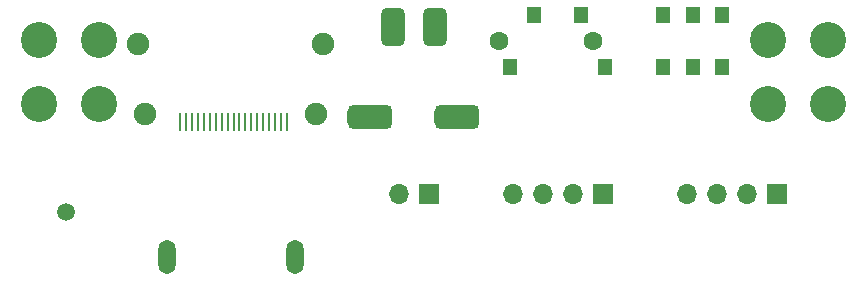
<source format=gbr>
%TF.GenerationSoftware,KiCad,Pcbnew,(6.0.2)*%
%TF.CreationDate,2022-03-04T15:26:31-05:00*%
%TF.ProjectId,Amiga500 Mod PCB Rev A,416d6967-6135-4303-9020-4d6f64205043,rev?*%
%TF.SameCoordinates,Original*%
%TF.FileFunction,Soldermask,Top*%
%TF.FilePolarity,Negative*%
%FSLAX46Y46*%
G04 Gerber Fmt 4.6, Leading zero omitted, Abs format (unit mm)*
G04 Created by KiCad (PCBNEW (6.0.2)) date 2022-03-04 15:26:31*
%MOMM*%
%LPD*%
G01*
G04 APERTURE LIST*
G04 Aperture macros list*
%AMRoundRect*
0 Rectangle with rounded corners*
0 $1 Rounding radius*
0 $2 $3 $4 $5 $6 $7 $8 $9 X,Y pos of 4 corners*
0 Add a 4 corners polygon primitive as box body*
4,1,4,$2,$3,$4,$5,$6,$7,$8,$9,$2,$3,0*
0 Add four circle primitives for the rounded corners*
1,1,$1+$1,$2,$3*
1,1,$1+$1,$4,$5*
1,1,$1+$1,$6,$7*
1,1,$1+$1,$8,$9*
0 Add four rect primitives between the rounded corners*
20,1,$1+$1,$2,$3,$4,$5,0*
20,1,$1+$1,$4,$5,$6,$7,0*
20,1,$1+$1,$6,$7,$8,$9,0*
20,1,$1+$1,$8,$9,$2,$3,0*%
G04 Aperture macros list end*
%ADD10C,1.600000*%
%ADD11R,1.200000X1.400000*%
%ADD12C,1.500000*%
%ADD13R,0.280000X1.500000*%
%ADD14C,1.900000*%
%ADD15C,3.048000*%
%ADD16R,1.700000X1.700000*%
%ADD17O,1.700000X1.700000*%
%ADD18RoundRect,0.508000X1.397000X0.508000X-1.397000X0.508000X-1.397000X-0.508000X1.397000X-0.508000X0*%
%ADD19RoundRect,0.508000X-0.508000X1.117600X-0.508000X-1.117600X0.508000X-1.117600X0.508000X1.117600X0*%
%ADD20O,1.450000X2.900000*%
G04 APERTURE END LIST*
D10*
%TO.C,SW2*%
X106506000Y-59182000D03*
X114506000Y-59182000D03*
D11*
X115506000Y-61382000D03*
X113506000Y-56982000D03*
X109506000Y-56982000D03*
X107506000Y-61382000D03*
%TD*%
D12*
%TO.C,FID1*%
X69850000Y-73660000D03*
%TD*%
D13*
%TO.C,J1*%
X79570000Y-66035000D03*
X80070000Y-66035000D03*
X80570000Y-66035000D03*
X81070000Y-66035000D03*
X81570000Y-66035000D03*
X82070000Y-66035000D03*
X82570000Y-66035000D03*
X83070000Y-66035000D03*
X83570000Y-66035000D03*
X84070000Y-66035000D03*
X84570000Y-66035000D03*
X85070000Y-66035000D03*
X85570000Y-66035000D03*
X86070000Y-66035000D03*
X86570000Y-66035000D03*
X87070000Y-66035000D03*
X87570000Y-66035000D03*
X88070000Y-66035000D03*
X88570000Y-66035000D03*
D14*
X76570000Y-65335000D03*
X75970000Y-59435000D03*
X91670000Y-59435000D03*
X91070000Y-65335000D03*
%TD*%
D15*
%TO.C,J7*%
X134366000Y-59097700D03*
X129286000Y-59097700D03*
X129286000Y-64533300D03*
X134366000Y-64533300D03*
%TD*%
%TO.C,J6*%
X72644000Y-59097700D03*
X67564000Y-59097700D03*
X67564000Y-64533300D03*
X72644000Y-64533300D03*
%TD*%
D16*
%TO.C,J3*%
X100589004Y-72136000D03*
D17*
X98049000Y-72136000D03*
%TD*%
D18*
%TO.C,SW1*%
X102997000Y-65562000D03*
X95631000Y-65562000D03*
D19*
X101092000Y-57942000D03*
X97536000Y-57942000D03*
%TD*%
D16*
%TO.C,J5*%
X130038000Y-72136000D03*
D17*
X127498000Y-72136000D03*
X124958000Y-72136000D03*
X122418000Y-72136000D03*
%TD*%
D11*
%TO.C,SW3*%
X125436000Y-56982000D03*
X122936000Y-56982000D03*
X120436000Y-56982000D03*
X125436000Y-61382000D03*
X122936000Y-61382000D03*
X120436000Y-61382000D03*
%TD*%
D16*
%TO.C,J4*%
X115306000Y-72136000D03*
D17*
X112766000Y-72136000D03*
X110226000Y-72136000D03*
X107686000Y-72136000D03*
%TD*%
D20*
%TO.C,J2*%
X89245000Y-77470000D03*
X78395000Y-77470000D03*
%TD*%
M02*

</source>
